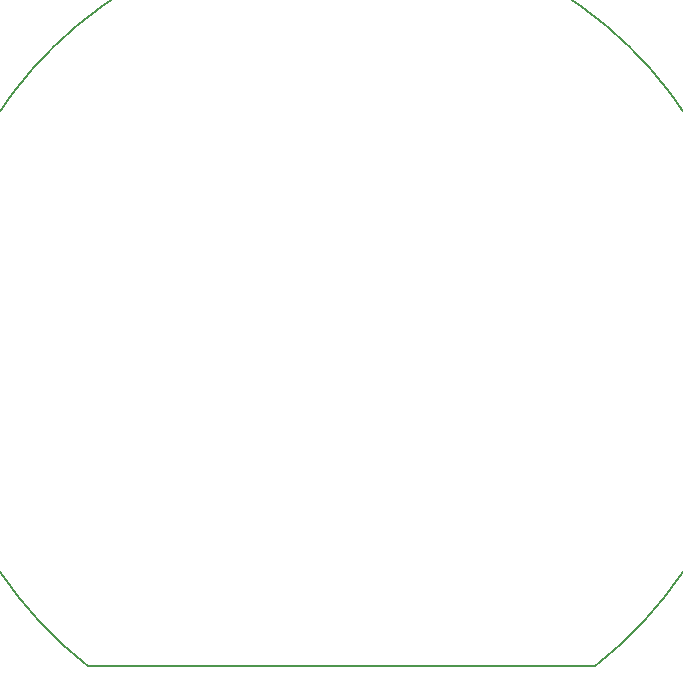
<source format=gm1>
G04 #@! TF.GenerationSoftware,KiCad,Pcbnew,7.0.7-7.0.7~ubuntu22.04.1*
G04 #@! TF.CreationDate,2023-10-29T13:36:20+01:00*
G04 #@! TF.ProjectId,vfd1,76666431-2e6b-4696-9361-645f70636258,rev?*
G04 #@! TF.SameCoordinates,Original*
G04 #@! TF.FileFunction,Profile,NP*
%FSLAX46Y46*%
G04 Gerber Fmt 4.6, Leading zero omitted, Abs format (unit mm)*
G04 Created by KiCad (PCBNEW 7.0.7-7.0.7~ubuntu22.04.1) date 2023-10-29 13:36:20*
%MOMM*%
%LPD*%
G01*
G04 APERTURE LIST*
G04 #@! TA.AperFunction,Profile*
%ADD10C,0.150000*%
G04 #@! TD*
G04 APERTURE END LIST*
D10*
X210502311Y-98461865D02*
G75*
G03*
X167509630Y-98471210I-21502311J27461865D01*
G01*
X210502311Y-98461866D02*
X167509629Y-98471211D01*
M02*

</source>
